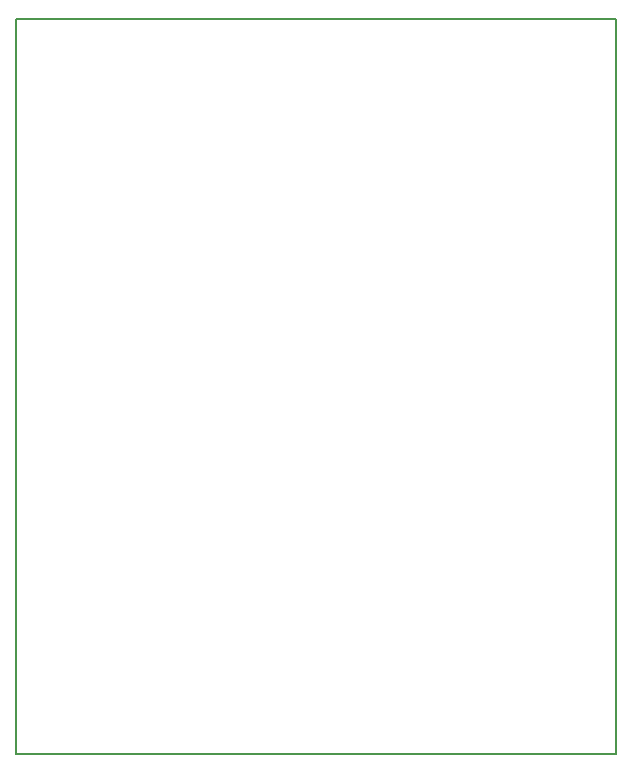
<source format=gko>
G04 #@! TF.FileFunction,Profile,NP*
%FSLAX46Y46*%
G04 Gerber Fmt 4.6, Leading zero omitted, Abs format (unit mm)*
G04 Created by KiCad (PCBNEW 4.0.2+dfsg1-stable) date Mon 29 Jan 2018 06:14:22 PM MST*
%MOMM*%
G01*
G04 APERTURE LIST*
%ADD10C,0.100000*%
%ADD11C,0.150000*%
G04 APERTURE END LIST*
D10*
D11*
X162560000Y-63500000D02*
X162560000Y-125730000D01*
X111760000Y-125730000D02*
X111760000Y-63500000D01*
X111760000Y-125730000D02*
X162560000Y-125730000D01*
X162560000Y-63500000D02*
X111760000Y-63500000D01*
M02*

</source>
